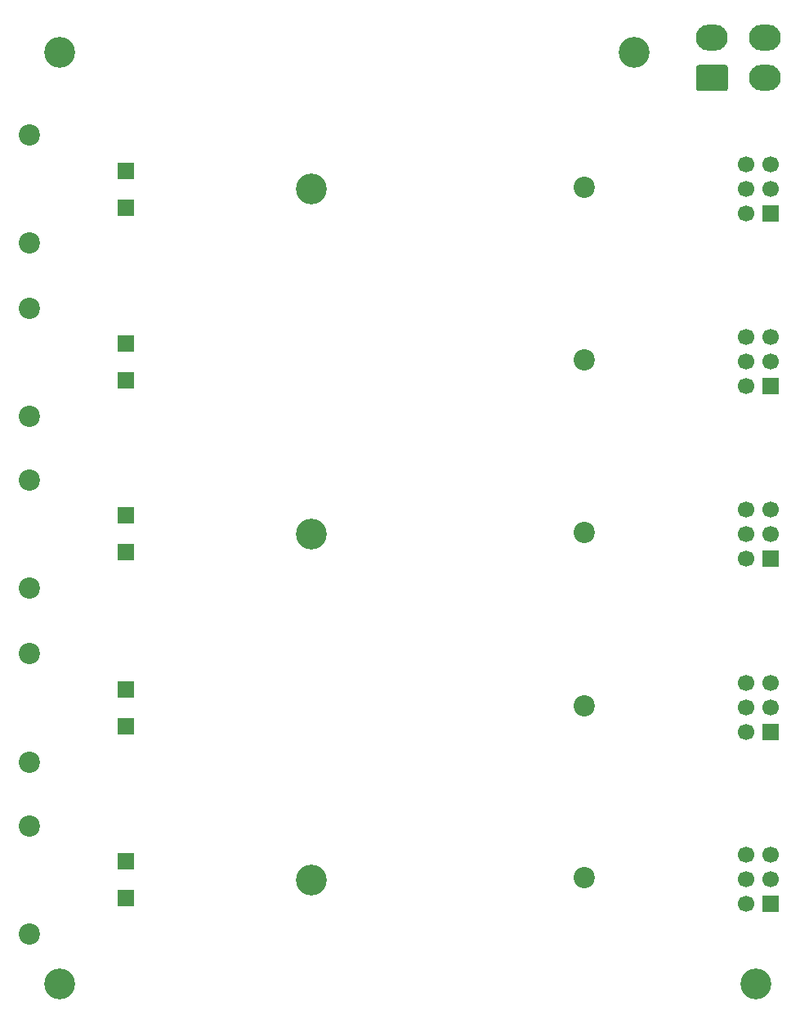
<source format=gbr>
%TF.GenerationSoftware,KiCad,Pcbnew,(5.1.8)-1*%
%TF.CreationDate,2021-10-07T22:13:12+08:00*%
%TF.ProjectId,Pad,5061642e-6b69-4636-9164-5f7063625858,rev?*%
%TF.SameCoordinates,Original*%
%TF.FileFunction,Soldermask,Bot*%
%TF.FilePolarity,Negative*%
%FSLAX46Y46*%
G04 Gerber Fmt 4.6, Leading zero omitted, Abs format (unit mm)*
G04 Created by KiCad (PCBNEW (5.1.8)-1) date 2021-10-07 22:13:12*
%MOMM*%
%LPD*%
G01*
G04 APERTURE LIST*
%ADD10R,1.700000X1.700000*%
%ADD11C,2.200000*%
%ADD12O,3.300000X2.700000*%
%ADD13C,3.200000*%
%ADD14C,1.700000*%
G04 APERTURE END LIST*
D10*
%TO.C,J15*%
X124000000Y-129700000D03*
%TD*%
%TO.C,J14*%
X124000000Y-111900000D03*
%TD*%
%TO.C,J13*%
X124000000Y-93900000D03*
%TD*%
%TO.C,J12*%
X124000000Y-76100000D03*
%TD*%
%TO.C,J11*%
X124000000Y-125900000D03*
%TD*%
%TO.C,J10*%
X124000000Y-108100000D03*
%TD*%
%TO.C,J9*%
X124000000Y-90100000D03*
%TD*%
%TO.C,J8*%
X124000000Y-72300000D03*
%TD*%
%TO.C,J5*%
X124000000Y-58200000D03*
%TD*%
%TO.C,J2*%
X124000000Y-54400000D03*
%TD*%
D11*
%TO.C,H1*%
X114000000Y-50700000D03*
%TD*%
%TO.C,H2*%
X114000000Y-61900000D03*
%TD*%
%TO.C,H3*%
X171500000Y-56100000D03*
%TD*%
%TO.C,H4*%
X114000000Y-68600000D03*
%TD*%
%TO.C,H5*%
X114000000Y-79800000D03*
%TD*%
%TO.C,H6*%
X171500000Y-74000000D03*
%TD*%
%TO.C,H7*%
X114000000Y-86400000D03*
%TD*%
%TO.C,H8*%
X114000000Y-97600000D03*
%TD*%
%TO.C,H9*%
X171500000Y-91800000D03*
%TD*%
%TO.C,H10*%
X114000000Y-122200000D03*
%TD*%
%TO.C,H11*%
X114000000Y-133400000D03*
%TD*%
%TO.C,H12*%
X171500000Y-109800000D03*
%TD*%
%TO.C,H13*%
X114000000Y-104400000D03*
%TD*%
%TO.C,H14*%
X114000000Y-115600000D03*
%TD*%
%TO.C,H15*%
X171500000Y-127600000D03*
%TD*%
D12*
%TO.C,J16*%
X190200000Y-40600000D03*
X190200000Y-44800000D03*
X184700000Y-40600000D03*
G36*
G01*
X186099999Y-46150000D02*
X183300001Y-46150000D01*
G75*
G02*
X183050000Y-45899999I0J250001D01*
G01*
X183050000Y-43700001D01*
G75*
G02*
X183300001Y-43450000I250001J0D01*
G01*
X186099999Y-43450000D01*
G75*
G02*
X186350000Y-43700001I0J-250001D01*
G01*
X186350000Y-45899999D01*
G75*
G02*
X186099999Y-46150000I-250001J0D01*
G01*
G37*
%TD*%
D13*
%TO.C,H23*%
X117100000Y-138600000D03*
%TD*%
%TO.C,H22*%
X189200000Y-138600000D03*
%TD*%
%TO.C,H20*%
X143200000Y-127800000D03*
%TD*%
%TO.C,H19*%
X143200000Y-56300000D03*
%TD*%
%TO.C,H18*%
X143200000Y-92050000D03*
%TD*%
%TO.C,H17*%
X176600000Y-42100000D03*
%TD*%
%TO.C,H16*%
X117100000Y-42100000D03*
%TD*%
D14*
%TO.C,J1*%
X188190000Y-58820000D03*
X190730000Y-56280000D03*
X188190000Y-53740000D03*
D10*
X190730000Y-58820000D03*
D14*
X190730000Y-53740000D03*
X188190000Y-56280000D03*
%TD*%
%TO.C,J4*%
X188190000Y-94520000D03*
X190730000Y-91980000D03*
X188190000Y-89440000D03*
D10*
X190730000Y-94520000D03*
D14*
X190730000Y-89440000D03*
X188190000Y-91980000D03*
%TD*%
%TO.C,J3*%
X188190000Y-74180000D03*
X190730000Y-71640000D03*
D10*
X190730000Y-76720000D03*
D14*
X188190000Y-71640000D03*
X190730000Y-74180000D03*
X188190000Y-76720000D03*
%TD*%
%TO.C,J6*%
X188190000Y-112520000D03*
X190730000Y-109980000D03*
X188190000Y-107440000D03*
D10*
X190730000Y-112520000D03*
D14*
X190730000Y-107440000D03*
X188190000Y-109980000D03*
%TD*%
%TO.C,J7*%
X188190000Y-127780000D03*
X190730000Y-125240000D03*
D10*
X190730000Y-130320000D03*
D14*
X188190000Y-125240000D03*
X190730000Y-127780000D03*
X188190000Y-130320000D03*
%TD*%
M02*

</source>
